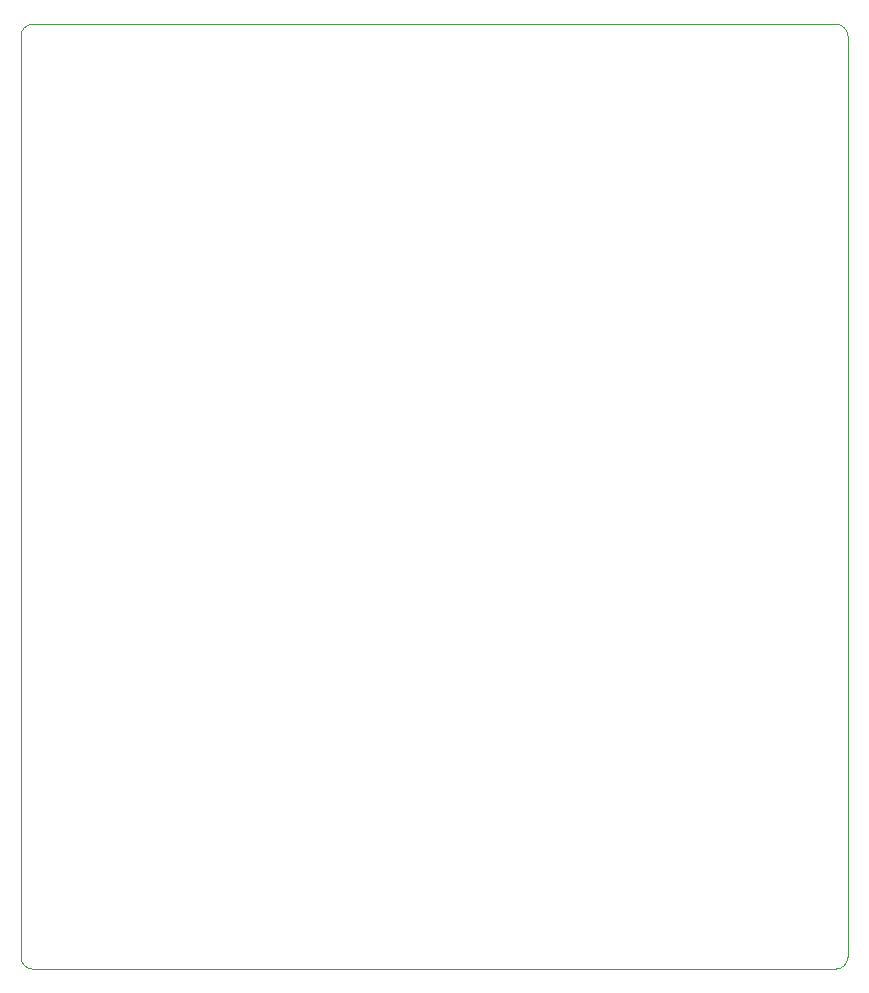
<source format=gbr>
G04 #@! TF.GenerationSoftware,KiCad,Pcbnew,5.1.5+dfsg1-2build2*
G04 #@! TF.CreationDate,2021-09-26T16:39:44+00:00*
G04 #@! TF.ProjectId,NeptuneToolboard,54726953-7465-4705-946f-6f6c626f6172,rev?*
G04 #@! TF.SameCoordinates,Original*
G04 #@! TF.FileFunction,Profile,NP*
%FSLAX46Y46*%
G04 Gerber Fmt 4.6, Leading zero omitted, Abs format (unit mm)*
G04 Created by KiCad (PCBNEW 5.1.5+dfsg1-2build2) date 2021-09-26 16:39:44*
%MOMM*%
%LPD*%
G04 APERTURE LIST*
G04 #@! TA.AperFunction,Profile*
%ADD10C,0.050000*%
G04 #@! TD*
G04 APERTURE END LIST*
D10*
X140500000Y-132000000D02*
G75*
G02X139500000Y-131000000I0J1000000D01*
G01*
X209500000Y-131000000D02*
G75*
G02X208500000Y-132000000I-1000000J0D01*
G01*
X208500000Y-52000000D02*
G75*
G02X209500000Y-53000000I0J-1000000D01*
G01*
X139500000Y-53000000D02*
G75*
G02X140500000Y-52000000I1000000J0D01*
G01*
X140500000Y-52000000D02*
X208500000Y-52000000D01*
X139500000Y-131000000D02*
X139500000Y-53000000D01*
X208500000Y-132000000D02*
X140500000Y-132000000D01*
X209500000Y-53000000D02*
X209500000Y-131000000D01*
M02*

</source>
